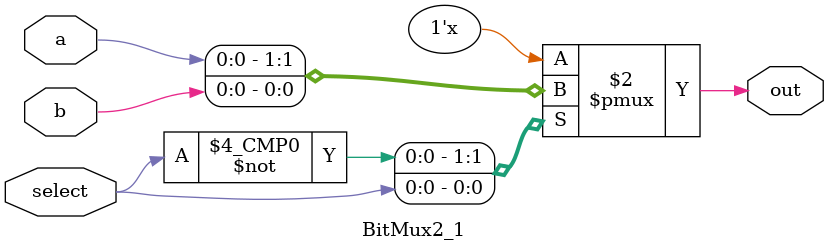
<source format=v>

module BitMux2_1 (out,a,b,select);
        output out;
        input a,b,select;
reg out;

always @ (select or a or b)
	case (select)
		1'b0:  out <= a;
		1'b1:  out <= b;
		default:  out <= b;
	endcase
endmodule //BitMux2_1


</source>
